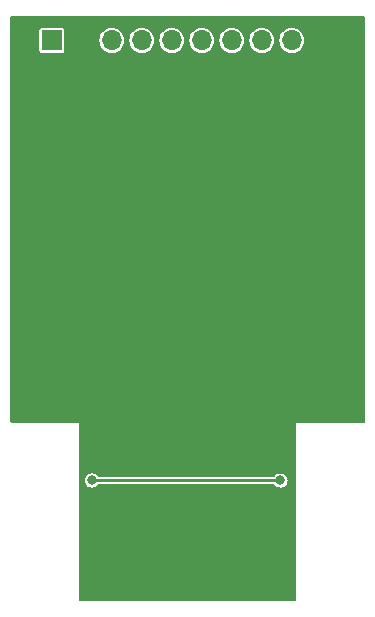
<source format=gbr>
%TF.GenerationSoftware,KiCad,Pcbnew,7.0.7*%
%TF.CreationDate,2024-03-08T17:36:46-05:00*%
%TF.ProjectId,MemcardBreakout,4d656d63-6172-4644-9272-65616b6f7574,rev?*%
%TF.SameCoordinates,Original*%
%TF.FileFunction,Copper,L2,Bot*%
%TF.FilePolarity,Positive*%
%FSLAX46Y46*%
G04 Gerber Fmt 4.6, Leading zero omitted, Abs format (unit mm)*
G04 Created by KiCad (PCBNEW 7.0.7) date 2024-03-08 17:36:46*
%MOMM*%
%LPD*%
G01*
G04 APERTURE LIST*
%TA.AperFunction,ComponentPad*%
%ADD10R,1.700000X1.700000*%
%TD*%
%TA.AperFunction,ComponentPad*%
%ADD11O,1.700000X1.700000*%
%TD*%
%TA.AperFunction,ViaPad*%
%ADD12C,0.800000*%
%TD*%
%TA.AperFunction,Conductor*%
%ADD13C,0.250000*%
%TD*%
G04 APERTURE END LIST*
D10*
%TO.P,J2,1,Pin_1*%
%TO.N,/CLK*%
X132054600Y-58013600D03*
D11*
%TO.P,J2,2,Pin_2*%
%TO.N,/GND*%
X134594600Y-58013600D03*
%TO.P,J2,3,Pin_3*%
%TO.N,/CS*%
X137134600Y-58013600D03*
%TO.P,J2,4,Pin_4*%
%TO.N,Net-(J1-3V3@8)*%
X139674600Y-58013600D03*
%TO.P,J2,5,Pin_5*%
%TO.N,/DI*%
X142214600Y-58013600D03*
%TO.P,J2,6,Pin_6*%
%TO.N,/5V*%
X144754600Y-58013600D03*
%TO.P,J2,7,Pin_7*%
%TO.N,/DO*%
X147294600Y-58013600D03*
%TO.P,J2,8,Pin_8*%
%TO.N,Net-(J1-3V3@4)*%
X149834600Y-58013600D03*
%TO.P,J2,9,Pin_9*%
%TO.N,/INT*%
X152374600Y-58013600D03*
%TO.P,J2,10,Pin_10*%
%TO.N,/GND*%
X154914600Y-58013600D03*
%TD*%
D12*
%TO.N,Net-(J1-EXTIN)*%
X151409400Y-95275400D03*
X135432800Y-95275400D03*
%TO.N,/GND*%
X150037800Y-91871800D03*
X129387600Y-60401200D03*
X138379200Y-92075000D03*
X129413000Y-80746600D03*
X157429200Y-73253600D03*
X157607000Y-80467200D03*
X129489200Y-73736200D03*
X129362200Y-66319400D03*
X157530800Y-60655200D03*
X157556200Y-89382600D03*
X129565400Y-89458800D03*
X157378400Y-65760600D03*
%TD*%
D13*
%TO.N,Net-(J1-EXTIN)*%
X151409400Y-95275400D02*
X135432800Y-95275400D01*
%TD*%
%TA.AperFunction,Conductor*%
%TO.N,/GND*%
G36*
X158489339Y-55947175D02*
G01*
X158535094Y-55999979D01*
X158546300Y-56051490D01*
X158546300Y-90303310D01*
X158526615Y-90370349D01*
X158473811Y-90416104D01*
X158422300Y-90427310D01*
X152772740Y-90427310D01*
X152772534Y-90427269D01*
X152747980Y-90427269D01*
X152747881Y-90427310D01*
X152747597Y-90427426D01*
X152747595Y-90427428D01*
X152747439Y-90427809D01*
X152747456Y-90452426D01*
X152747451Y-90452426D01*
X152747480Y-90452569D01*
X152747480Y-105342650D01*
X152727795Y-105409689D01*
X152674991Y-105455444D01*
X152623480Y-105466650D01*
X134472720Y-105466650D01*
X134405681Y-105446965D01*
X134359926Y-105394161D01*
X134348720Y-105342650D01*
X134348720Y-95275401D01*
X134827118Y-95275401D01*
X134847755Y-95432160D01*
X134847756Y-95432162D01*
X134908264Y-95578241D01*
X135004518Y-95703682D01*
X135129959Y-95799936D01*
X135276038Y-95860444D01*
X135354419Y-95870763D01*
X135432799Y-95881082D01*
X135432800Y-95881082D01*
X135432801Y-95881082D01*
X135485054Y-95874202D01*
X135589562Y-95860444D01*
X135735641Y-95799936D01*
X135861082Y-95703682D01*
X135902723Y-95649413D01*
X135959151Y-95608211D01*
X136001099Y-95600900D01*
X150841101Y-95600900D01*
X150908140Y-95620585D01*
X150939476Y-95649413D01*
X150981118Y-95703682D01*
X151106559Y-95799936D01*
X151252638Y-95860444D01*
X151331019Y-95870763D01*
X151409399Y-95881082D01*
X151409400Y-95881082D01*
X151409401Y-95881082D01*
X151461653Y-95874202D01*
X151566162Y-95860444D01*
X151712241Y-95799936D01*
X151837682Y-95703682D01*
X151933936Y-95578241D01*
X151994444Y-95432162D01*
X152015082Y-95275400D01*
X151994444Y-95118638D01*
X151933936Y-94972559D01*
X151837682Y-94847118D01*
X151712241Y-94750864D01*
X151566162Y-94690356D01*
X151566160Y-94690355D01*
X151409401Y-94669718D01*
X151409399Y-94669718D01*
X151252639Y-94690355D01*
X151252637Y-94690356D01*
X151106560Y-94750863D01*
X150981116Y-94847119D01*
X150939477Y-94901386D01*
X150883049Y-94942589D01*
X150841101Y-94949900D01*
X136001099Y-94949900D01*
X135934060Y-94930215D01*
X135902723Y-94901386D01*
X135861083Y-94847119D01*
X135861082Y-94847118D01*
X135735641Y-94750864D01*
X135589562Y-94690356D01*
X135589560Y-94690355D01*
X135432801Y-94669718D01*
X135432799Y-94669718D01*
X135276039Y-94690355D01*
X135276037Y-94690356D01*
X135129960Y-94750863D01*
X135004518Y-94847118D01*
X134908263Y-94972560D01*
X134847756Y-95118637D01*
X134847755Y-95118639D01*
X134827118Y-95275398D01*
X134827118Y-95275401D01*
X134348720Y-95275401D01*
X134348720Y-90452569D01*
X134348748Y-90452426D01*
X134348744Y-90452426D01*
X134348759Y-90427812D01*
X134348761Y-90427810D01*
X134348682Y-90427618D01*
X134348604Y-90427428D01*
X134348602Y-90427426D01*
X134348319Y-90427310D01*
X134348220Y-90427269D01*
X134323666Y-90427269D01*
X134323460Y-90427310D01*
X128671360Y-90427310D01*
X128604321Y-90407625D01*
X128558566Y-90354821D01*
X128547360Y-90303310D01*
X128547360Y-58883352D01*
X131004100Y-58883352D01*
X131015731Y-58941829D01*
X131015732Y-58941830D01*
X131060047Y-59008152D01*
X131126369Y-59052467D01*
X131126370Y-59052468D01*
X131184847Y-59064099D01*
X131184850Y-59064100D01*
X131184852Y-59064100D01*
X132924350Y-59064100D01*
X132924351Y-59064099D01*
X132939168Y-59061152D01*
X132982829Y-59052468D01*
X132982829Y-59052467D01*
X132982831Y-59052467D01*
X133049152Y-59008152D01*
X133093467Y-58941831D01*
X133093467Y-58941829D01*
X133093468Y-58941829D01*
X133105099Y-58883352D01*
X133105100Y-58883350D01*
X133105100Y-58013600D01*
X136079017Y-58013600D01*
X136099299Y-58219532D01*
X136099300Y-58219534D01*
X136159368Y-58417554D01*
X136256915Y-58600050D01*
X136256917Y-58600052D01*
X136388189Y-58760010D01*
X136484809Y-58839302D01*
X136548150Y-58891285D01*
X136730646Y-58988832D01*
X136928666Y-59048900D01*
X136928665Y-59048900D01*
X136947129Y-59050718D01*
X137134600Y-59069183D01*
X137340534Y-59048900D01*
X137538554Y-58988832D01*
X137721050Y-58891285D01*
X137881010Y-58760010D01*
X138012285Y-58600050D01*
X138109832Y-58417554D01*
X138169900Y-58219534D01*
X138190183Y-58013600D01*
X138190183Y-58013599D01*
X138619017Y-58013599D01*
X138639299Y-58219532D01*
X138639300Y-58219534D01*
X138699368Y-58417554D01*
X138796915Y-58600050D01*
X138796917Y-58600052D01*
X138928189Y-58760010D01*
X139024809Y-58839302D01*
X139088150Y-58891285D01*
X139270646Y-58988832D01*
X139468666Y-59048900D01*
X139468665Y-59048900D01*
X139488948Y-59050897D01*
X139674600Y-59069183D01*
X139880534Y-59048900D01*
X140078554Y-58988832D01*
X140261050Y-58891285D01*
X140421010Y-58760010D01*
X140552285Y-58600050D01*
X140649832Y-58417554D01*
X140709900Y-58219534D01*
X140730183Y-58013600D01*
X141159017Y-58013600D01*
X141179299Y-58219532D01*
X141179300Y-58219534D01*
X141239368Y-58417554D01*
X141336915Y-58600050D01*
X141336917Y-58600052D01*
X141468189Y-58760010D01*
X141564809Y-58839302D01*
X141628150Y-58891285D01*
X141810646Y-58988832D01*
X142008666Y-59048900D01*
X142008665Y-59048900D01*
X142027129Y-59050718D01*
X142214600Y-59069183D01*
X142420534Y-59048900D01*
X142618554Y-58988832D01*
X142801050Y-58891285D01*
X142961010Y-58760010D01*
X143092285Y-58600050D01*
X143189832Y-58417554D01*
X143249900Y-58219534D01*
X143270183Y-58013600D01*
X143699017Y-58013600D01*
X143719299Y-58219532D01*
X143719300Y-58219534D01*
X143779368Y-58417554D01*
X143876915Y-58600050D01*
X143876917Y-58600052D01*
X144008189Y-58760010D01*
X144104809Y-58839302D01*
X144168150Y-58891285D01*
X144350646Y-58988832D01*
X144548666Y-59048900D01*
X144548665Y-59048900D01*
X144567129Y-59050718D01*
X144754600Y-59069183D01*
X144960534Y-59048900D01*
X145158554Y-58988832D01*
X145341050Y-58891285D01*
X145501010Y-58760010D01*
X145632285Y-58600050D01*
X145729832Y-58417554D01*
X145789900Y-58219534D01*
X145810183Y-58013600D01*
X146239017Y-58013600D01*
X146259299Y-58219532D01*
X146259300Y-58219534D01*
X146319368Y-58417554D01*
X146416915Y-58600050D01*
X146416917Y-58600052D01*
X146548189Y-58760010D01*
X146644809Y-58839302D01*
X146708150Y-58891285D01*
X146890646Y-58988832D01*
X147088666Y-59048900D01*
X147088665Y-59048900D01*
X147107129Y-59050718D01*
X147294600Y-59069183D01*
X147500534Y-59048900D01*
X147698554Y-58988832D01*
X147881050Y-58891285D01*
X148041010Y-58760010D01*
X148172285Y-58600050D01*
X148269832Y-58417554D01*
X148329900Y-58219534D01*
X148350183Y-58013600D01*
X148350183Y-58013599D01*
X148779017Y-58013599D01*
X148799299Y-58219532D01*
X148799300Y-58219534D01*
X148859368Y-58417554D01*
X148956915Y-58600050D01*
X148956917Y-58600052D01*
X149088189Y-58760010D01*
X149184809Y-58839302D01*
X149248150Y-58891285D01*
X149430646Y-58988832D01*
X149628666Y-59048900D01*
X149628665Y-59048900D01*
X149647129Y-59050718D01*
X149834600Y-59069183D01*
X150040534Y-59048900D01*
X150238554Y-58988832D01*
X150421050Y-58891285D01*
X150581010Y-58760010D01*
X150712285Y-58600050D01*
X150809832Y-58417554D01*
X150869900Y-58219534D01*
X150890183Y-58013600D01*
X151319017Y-58013600D01*
X151339299Y-58219532D01*
X151339300Y-58219534D01*
X151399368Y-58417554D01*
X151496915Y-58600050D01*
X151496917Y-58600052D01*
X151628189Y-58760010D01*
X151724809Y-58839302D01*
X151788150Y-58891285D01*
X151970646Y-58988832D01*
X152168666Y-59048900D01*
X152168665Y-59048900D01*
X152188948Y-59050897D01*
X152374600Y-59069183D01*
X152580534Y-59048900D01*
X152778554Y-58988832D01*
X152961050Y-58891285D01*
X153121010Y-58760010D01*
X153252285Y-58600050D01*
X153349832Y-58417554D01*
X153409900Y-58219534D01*
X153430183Y-58013600D01*
X153409900Y-57807666D01*
X153349832Y-57609646D01*
X153252285Y-57427150D01*
X153200302Y-57363809D01*
X153121010Y-57267189D01*
X152970721Y-57143852D01*
X152961050Y-57135915D01*
X152778554Y-57038368D01*
X152580534Y-56978300D01*
X152580532Y-56978299D01*
X152580534Y-56978299D01*
X152374600Y-56958017D01*
X152168667Y-56978299D01*
X151970643Y-57038369D01*
X151882714Y-57085369D01*
X151788150Y-57135915D01*
X151788148Y-57135916D01*
X151788147Y-57135917D01*
X151628189Y-57267189D01*
X151496917Y-57427147D01*
X151399369Y-57609643D01*
X151339299Y-57807667D01*
X151319017Y-58013600D01*
X150890183Y-58013600D01*
X150869900Y-57807666D01*
X150809832Y-57609646D01*
X150712285Y-57427150D01*
X150660302Y-57363809D01*
X150581010Y-57267189D01*
X150430721Y-57143852D01*
X150421050Y-57135915D01*
X150238554Y-57038368D01*
X150040534Y-56978300D01*
X150040532Y-56978299D01*
X150040534Y-56978299D01*
X149853063Y-56959835D01*
X149834600Y-56958017D01*
X149834599Y-56958017D01*
X149628667Y-56978299D01*
X149430643Y-57038369D01*
X149342714Y-57085369D01*
X149248150Y-57135915D01*
X149248148Y-57135916D01*
X149248147Y-57135917D01*
X149088189Y-57267189D01*
X148956917Y-57427147D01*
X148859369Y-57609643D01*
X148799299Y-57807667D01*
X148779017Y-58013599D01*
X148350183Y-58013599D01*
X148329900Y-57807666D01*
X148269832Y-57609646D01*
X148172285Y-57427150D01*
X148120302Y-57363809D01*
X148041010Y-57267189D01*
X147890721Y-57143852D01*
X147881050Y-57135915D01*
X147698554Y-57038368D01*
X147500534Y-56978300D01*
X147500532Y-56978299D01*
X147500534Y-56978299D01*
X147294600Y-56958017D01*
X147088667Y-56978299D01*
X146890643Y-57038369D01*
X146802714Y-57085369D01*
X146708150Y-57135915D01*
X146708148Y-57135916D01*
X146708147Y-57135917D01*
X146548189Y-57267189D01*
X146416917Y-57427147D01*
X146319369Y-57609643D01*
X146259299Y-57807667D01*
X146239017Y-58013600D01*
X145810183Y-58013600D01*
X145789900Y-57807666D01*
X145729832Y-57609646D01*
X145632285Y-57427150D01*
X145580302Y-57363809D01*
X145501010Y-57267189D01*
X145350721Y-57143852D01*
X145341050Y-57135915D01*
X145158554Y-57038368D01*
X144960534Y-56978300D01*
X144960532Y-56978299D01*
X144960534Y-56978299D01*
X144754600Y-56958017D01*
X144548667Y-56978299D01*
X144350643Y-57038369D01*
X144262714Y-57085369D01*
X144168150Y-57135915D01*
X144168148Y-57135916D01*
X144168147Y-57135917D01*
X144008189Y-57267189D01*
X143876917Y-57427147D01*
X143779369Y-57609643D01*
X143719299Y-57807667D01*
X143699017Y-58013600D01*
X143270183Y-58013600D01*
X143249900Y-57807666D01*
X143189832Y-57609646D01*
X143092285Y-57427150D01*
X143040302Y-57363809D01*
X142961010Y-57267189D01*
X142810721Y-57143852D01*
X142801050Y-57135915D01*
X142618554Y-57038368D01*
X142420534Y-56978300D01*
X142420532Y-56978299D01*
X142420534Y-56978299D01*
X142214600Y-56958017D01*
X142008667Y-56978299D01*
X141810643Y-57038369D01*
X141722714Y-57085369D01*
X141628150Y-57135915D01*
X141628148Y-57135916D01*
X141628147Y-57135917D01*
X141468189Y-57267189D01*
X141336917Y-57427147D01*
X141239369Y-57609643D01*
X141179299Y-57807667D01*
X141159017Y-58013600D01*
X140730183Y-58013600D01*
X140709900Y-57807666D01*
X140649832Y-57609646D01*
X140552285Y-57427150D01*
X140500302Y-57363809D01*
X140421010Y-57267189D01*
X140270721Y-57143852D01*
X140261050Y-57135915D01*
X140078554Y-57038368D01*
X139880534Y-56978300D01*
X139880532Y-56978299D01*
X139880534Y-56978299D01*
X139674600Y-56958017D01*
X139468667Y-56978299D01*
X139270643Y-57038369D01*
X139182714Y-57085369D01*
X139088150Y-57135915D01*
X139088148Y-57135916D01*
X139088147Y-57135917D01*
X138928189Y-57267189D01*
X138796917Y-57427147D01*
X138699369Y-57609643D01*
X138639299Y-57807667D01*
X138619017Y-58013599D01*
X138190183Y-58013599D01*
X138169900Y-57807666D01*
X138109832Y-57609646D01*
X138012285Y-57427150D01*
X137960302Y-57363809D01*
X137881010Y-57267189D01*
X137730721Y-57143852D01*
X137721050Y-57135915D01*
X137538554Y-57038368D01*
X137340534Y-56978300D01*
X137340532Y-56978299D01*
X137340534Y-56978299D01*
X137134600Y-56958017D01*
X136928667Y-56978299D01*
X136730643Y-57038369D01*
X136642714Y-57085369D01*
X136548150Y-57135915D01*
X136548148Y-57135916D01*
X136548147Y-57135917D01*
X136388189Y-57267189D01*
X136256917Y-57427147D01*
X136159369Y-57609643D01*
X136099299Y-57807667D01*
X136079017Y-58013600D01*
X133105100Y-58013600D01*
X133105100Y-57143849D01*
X133105099Y-57143847D01*
X133093468Y-57085370D01*
X133093467Y-57085369D01*
X133049152Y-57019047D01*
X132982830Y-56974732D01*
X132982829Y-56974731D01*
X132924352Y-56963100D01*
X132924348Y-56963100D01*
X131184852Y-56963100D01*
X131184847Y-56963100D01*
X131126370Y-56974731D01*
X131126369Y-56974732D01*
X131060047Y-57019047D01*
X131015732Y-57085369D01*
X131015731Y-57085370D01*
X131004100Y-57143847D01*
X131004100Y-58883352D01*
X128547360Y-58883352D01*
X128547360Y-56051490D01*
X128567045Y-55984451D01*
X128619849Y-55938696D01*
X128671360Y-55927490D01*
X158422300Y-55927490D01*
X158489339Y-55947175D01*
G37*
%TD.AperFunction*%
%TD*%
M02*

</source>
